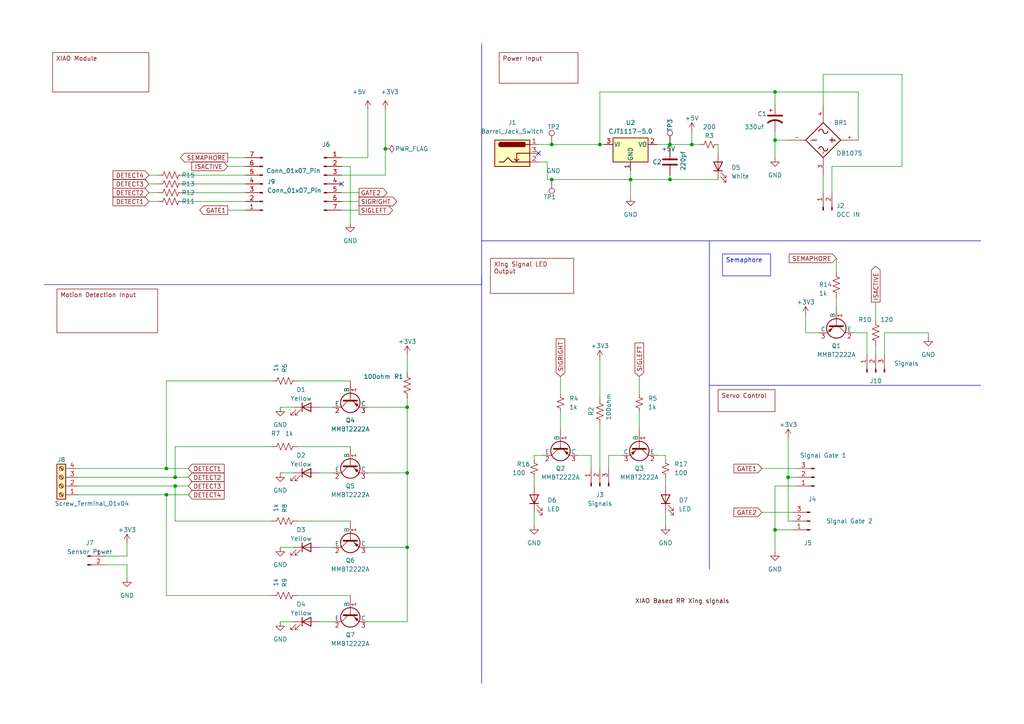
<source format=kicad_sch>
(kicad_sch (version 20230121) (generator eeschema)
  (paper "A4")
  (lib_symbols
    (symbol "Connector:Barrel_Jack_Switch" (pin_names hide)
      (property "Reference" "J" (at 0 5.334 0))
      (property "Value" "Barrel_Jack_Switch" (at 0 -5.08 0))
      (symbol "Barrel_Jack_Switch_0_1"
        (rectangle (start -5.08 3.81) (end 5.08 -3.81) (stroke (width 0.254)) (fill (type background)))
        (arc (start -3.302 3.175) (mid -3.9343 2.54) (end -3.302 1.905) (stroke (width 0.254)))
        (arc (start -3.302 3.175) (mid -3.9343 2.54) (end -3.302 1.905) (stroke (width 0.254)) (fill (type outline)))
        (polyline (pts (xy 1.27 -2.286) (xy 1.905 -1.651)) (stroke (width 0.254)))
        (polyline (pts (xy 5.08 2.54) (xy 3.81 2.54)) (stroke (width 0.254)))
        (polyline (pts (xy 5.08 0) (xy 1.27 0) (xy 1.27 -2.286) (xy 0.635 -1.651)) (stroke (width 0.254)))
        (polyline (pts (xy -3.81 -2.54) (xy -2.54 -2.54) (xy -1.27 -1.27) (xy 0 -2.54) (xy 2.54 -2.54) (xy 5.08 -2.54)) (stroke (width 0.254)))
        (rectangle (start 3.683 3.175) (end -3.302 1.905) (stroke (width 0.254)) (fill (type outline)))
      )
      (symbol "Barrel_Jack_Switch_1_1"
        (pin passive line (at 7.62 2.54 180) (length 2.54) (name "~") (number "1"))
        (pin passive line (at 7.62 -2.54 180) (length 2.54) (name "~") (number "2"))
        (pin passive line (at 7.62 0 180) (length 2.54) (name "~") (number "3"))
      )
    )
    (symbol "Connector:Conn_01x02_Pin" (pin_names (offset 1.016) hide)
      (property "Reference" "J" (at 0 2.54 0))
      (property "Value" "Conn_01x02_Pin" (at 0 -5.08 0))
      (symbol "Conn_01x02_Pin_1_1"
        (polyline (pts (xy 1.27 -2.54) (xy 0.8636 -2.54)) (stroke (width 0.1524)))
        (polyline (pts (xy 1.27 0) (xy 0.8636 0)) (stroke (width 0.1524)))
        (rectangle (start 0.8636 -2.413) (end 0 -2.667) (stroke (width 0.1524)) (fill (type outline)))
        (rectangle (start 0.8636 0.127) (end 0 -0.127) (stroke (width 0.1524)) (fill (type outline)))
        (pin passive line (at 5.08 0 180) (length 3.81) (name "Pin_1") (number "1"))
        (pin passive line (at 5.08 -2.54 180) (length 3.81) (name "Pin_2") (number "2"))
      )
    )
    (symbol "Connector:Conn_01x03_Pin" (pin_names (offset 1.016) hide)
      (property "Reference" "J" (at 0 5.08 0))
      (property "Value" "Conn_01x03_Pin" (at 0 -5.08 0))
      (symbol "Conn_01x03_Pin_1_1"
        (polyline (pts (xy 1.27 -2.54) (xy 0.8636 -2.54)) (stroke (width 0.1524)))
        (polyline (pts (xy 1.27 0) (xy 0.8636 0)) (stroke (width 0.1524)))
        (polyline (pts (xy 1.27 2.54) (xy 0.8636 2.54)) (stroke (width 0.1524)))
        (rectangle (start 0.8636 -2.413) (end 0 -2.667) (stroke (width 0.1524)) (fill (type outline)))
        (rectangle (start 0.8636 0.127) (end 0 -0.127) (stroke (width 0.1524)) (fill (type outline)))
        (rectangle (start 0.8636 2.667) (end 0 2.413) (stroke (width 0.1524)) (fill (type outline)))
        (pin passive line (at 5.08 2.54 180) (length 3.81) (name "Pin_1") (number "1"))
        (pin passive line (at 5.08 0 180) (length 3.81) (name "Pin_2") (number "2"))
        (pin passive line (at 5.08 -2.54 180) (length 3.81) (name "Pin_3") (number "3"))
      )
    )
    (symbol "Connector:Conn_01x07_Pin" (pin_names (offset 1.016) hide)
      (property "Reference" "J" (at 0 10.16 0))
      (property "Value" "Conn_01x07_Pin" (at 0 -10.16 0))
      (symbol "Conn_01x07_Pin_1_1"
        (polyline (pts (xy 1.27 -7.62) (xy 0.8636 -7.62)) (stroke (width 0.1524)))
        (polyline (pts (xy 1.27 -5.08) (xy 0.8636 -5.08)) (stroke (width 0.1524)))
        (polyline (pts (xy 1.27 -2.54) (xy 0.8636 -2.54)) (stroke (width 0.1524)))
        (polyline (pts (xy 1.27 0) (xy 0.8636 0)) (stroke (width 0.1524)))
        (polyline (pts (xy 1.27 2.54) (xy 0.8636 2.54)) (stroke (width 0.1524)))
        (polyline (pts (xy 1.27 5.08) (xy 0.8636 5.08)) (stroke (width 0.1524)))
        (polyline (pts (xy 1.27 7.62) (xy 0.8636 7.62)) (stroke (width 0.1524)))
        (rectangle (start 0.8636 -7.493) (end 0 -7.747) (stroke (width 0.1524)) (fill (type outline)))
        (rectangle (start 0.8636 -4.953) (end 0 -5.207) (stroke (width 0.1524)) (fill (type outline)))
        (rectangle (start 0.8636 -2.413) (end 0 -2.667) (stroke (width 0.1524)) (fill (type outline)))
        (rectangle (start 0.8636 0.127) (end 0 -0.127) (stroke (width 0.1524)) (fill (type outline)))
        (rectangle (start 0.8636 2.667) (end 0 2.413) (stroke (width 0.1524)) (fill (type outline)))
        (rectangle (start 0.8636 5.207) (end 0 4.953) (stroke (width 0.1524)) (fill (type outline)))
        (rectangle (start 0.8636 7.747) (end 0 7.493) (stroke (width 0.1524)) (fill (type outline)))
        (pin passive line (at 5.08 7.62 180) (length 3.81) (name "Pin_1") (number "1"))
        (pin passive line (at 5.08 5.08 180) (length 3.81) (name "Pin_2") (number "2"))
        (pin passive line (at 5.08 2.54 180) (length 3.81) (name "Pin_3") (number "3"))
        (pin passive line (at 5.08 0 180) (length 3.81) (name "Pin_4") (number "4"))
        (pin passive line (at 5.08 -2.54 180) (length 3.81) (name "Pin_5") (number "5"))
        (pin passive line (at 5.08 -5.08 180) (length 3.81) (name "Pin_6") (number "6"))
        (pin passive line (at 5.08 -7.62 180) (length 3.81) (name "Pin_7") (number "7"))
      )
    )
    (symbol "Connector:Screw_Terminal_01x04" (pin_names (offset 1.016) hide)
      (property "Reference" "J" (at 0 5.08 0))
      (property "Value" "Screw_Terminal_01x04" (at 0 -7.62 0))
      (symbol "Screw_Terminal_01x04_1_1"
        (rectangle (start -1.27 3.81) (end 1.27 -6.35) (stroke (width 0.254)) (fill (type background)))
        (circle (center 0 -5.08) (radius 0.635) (stroke (width 0.1524)))
        (circle (center 0 -2.54) (radius 0.635) (stroke (width 0.1524)))
        (polyline (pts (xy -0.5334 -4.7498) (xy 0.3302 -5.588)) (stroke (width 0.1524)))
        (polyline (pts (xy -0.5334 -2.2098) (xy 0.3302 -3.048)) (stroke (width 0.1524)))
        (polyline (pts (xy -0.5334 0.3302) (xy 0.3302 -0.508)) (stroke (width 0.1524)))
        (polyline (pts (xy -0.5334 2.8702) (xy 0.3302 2.032)) (stroke (width 0.1524)))
        (polyline (pts (xy -0.3556 -4.572) (xy 0.508 -5.4102)) (stroke (width 0.1524)))
        (polyline (pts (xy -0.3556 -2.032) (xy 0.508 -2.8702)) (stroke (width 0.1524)))
        (polyline (pts (xy -0.3556 0.508) (xy 0.508 -0.3302)) (stroke (width 0.1524)))
        (polyline (pts (xy -0.3556 3.048) (xy 0.508 2.2098)) (stroke (width 0.1524)))
        (circle (center 0 0) (radius 0.635) (stroke (width 0.1524)))
        (circle (center 0 2.54) (radius 0.635) (stroke (width 0.1524)))
        (pin passive line (at -5.08 2.54 0) (length 3.81) (name "Pin_1") (number "1"))
        (pin passive line (at -5.08 0 0) (length 3.81) (name "Pin_2") (number "2"))
        (pin passive line (at -5.08 -2.54 0) (length 3.81) (name "Pin_3") (number "3"))
        (pin passive line (at -5.08 -5.08 0) (length 3.81) (name "Pin_4") (number "4"))
      )
    )
    (symbol "Connector:TestPoint" (pin_numbers hide) (pin_names (offset 0.762) hide)
      (property "Reference" "TP" (at 0 6.858 0))
      (property "Value" "TestPoint" (at 0 5.08 0))
      (symbol "TestPoint_0_1"
        (circle (center 0 3.302) (radius 0.762))
      )
      (symbol "TestPoint_1_1"
        (pin passive line (at 0 0 90) (length 2.54) (name "1") (number "1"))
      )
    )
    (symbol "DB107S:DB107S" (pin_names (offset 1.016))
      (property "Reference" "BR" (at -6.35 3.81 0))
      (property "Value" "DB107S" (at -10.1777 -17.811 0))
      (symbol "DB107S_0_0"
        (arc (start 0 -2.54) (mid -0.635 -1.9077) (end -1.27 -2.54) (stroke (width 0.254)))
        (arc (start 0 -2.54) (mid 0.635 -3.1723) (end 1.27 -2.54) (stroke (width 0.254)))
        (polyline (pts (xy -5.08 0) (xy 0 -5.08)) (stroke (width 0.254)))
        (polyline (pts (xy -1.905 0) (xy -3.175 0)) (stroke (width 0.254)))
        (polyline (pts (xy 0 -5.08) (xy 5.08 0)) (stroke (width 0.254)))
        (polyline (pts (xy 0 5.08) (xy -5.08 0)) (stroke (width 0.254)))
        (polyline (pts (xy 1.905 0) (xy 3.175 0)) (stroke (width 0.254)))
        (polyline (pts (xy 2.54 0.635) (xy 2.54 -0.635)) (stroke (width 0.254)))
        (polyline (pts (xy 5.08 0) (xy 0 5.08)) (stroke (width 0.254)))
        (arc (start 0 2.54) (mid -0.635 3.1723) (end -1.27 2.54) (stroke (width 0.254)))
        (arc (start 0 2.54) (mid 0.635 1.9077) (end 1.27 2.54) (stroke (width 0.254)))
      )
      (symbol "DB107S_1_0"
        (pin power_out line (at 10.16 0 180) (length 5.08) (name "+") (number "+"))
        (pin power_out line (at -10.16 0 0) (length 5.08) (name "-") (number "-"))
        (pin input line (at 0 -10.16 90) (length 5.08) (name "~.") (number "3"))
        (pin input line (at 0 10.16 270) (length 5.08) (name "~") (number "4"))
      )
    )
    (symbol "Device:C" (pin_numbers hide) (pin_names (offset 0.254))
      (property "Reference" "C" (at 0.635 2.54 0))
      (property "Value" "C" (at 0.635 -2.54 0))
      (symbol "C_0_1"
        (polyline (pts (xy -2.032 -0.762) (xy 2.032 -0.762)) (stroke (width 0.508)))
        (polyline (pts (xy -2.032 0.762) (xy 2.032 0.762)) (stroke (width 0.508)))
      )
      (symbol "C_1_1"
        (pin passive line (at 0 3.81 270) (length 2.794) (name "~") (number "1"))
        (pin passive line (at 0 -3.81 90) (length 2.794) (name "~") (number "2"))
      )
    )
    (symbol "Device:C_Polarized_US" (pin_numbers hide) (pin_names (offset 0.254) hide)
      (property "Reference" "C" (at 0.635 2.54 0))
      (property "Value" "C_Polarized_US" (at 0.635 -2.54 0))
      (symbol "C_Polarized_US_0_1"
        (polyline (pts (xy -2.032 0.762) (xy 2.032 0.762)) (stroke (width 0.508)))
        (polyline (pts (xy -1.778 2.286) (xy -0.762 2.286)))
        (polyline (pts (xy -1.27 1.778) (xy -1.27 2.794)))
        (arc (start 2.032 -1.27) (mid 0 -0.5572) (end -2.032 -1.27) (stroke (width 0.508)))
      )
      (symbol "C_Polarized_US_1_1"
        (pin passive line (at 0 3.81 270) (length 2.794) (name "~") (number "1"))
        (pin passive line (at 0 -3.81 90) (length 3.302) (name "~") (number "2"))
      )
    )
    (symbol "Device:LED" (pin_numbers hide) (pin_names (offset 1.016) hide)
      (property "Reference" "D" (at 0 2.54 0))
      (property "Value" "LED" (at 0 -2.54 0))
      (symbol "LED_0_1"
        (polyline (pts (xy -1.27 -1.27) (xy -1.27 1.27)) (stroke (width 0.254)))
        (polyline (pts (xy -1.27 0) (xy 1.27 0)))
        (polyline (pts (xy 1.27 -1.27) (xy 1.27 1.27) (xy -1.27 0) (xy 1.27 -1.27)) (stroke (width 0.254)))
        (polyline (pts (xy -3.048 -0.762) (xy -4.572 -2.286) (xy -3.81 -2.286) (xy -4.572 -2.286) (xy -4.572 -1.524)))
        (polyline (pts (xy -1.778 -0.762) (xy -3.302 -2.286) (xy -2.54 -2.286) (xy -3.302 -2.286) (xy -3.302 -1.524)))
      )
      (symbol "LED_1_1"
        (pin passive line (at -3.81 0 0) (length 2.54) (name "K") (number "1"))
        (pin passive line (at 3.81 0 180) (length 2.54) (name "A") (number "2"))
      )
    )
    (symbol "Device:R_Small_US" (pin_numbers hide) (pin_names (offset 0.254) hide)
      (property "Reference" "R" (at 0.762 0.508 0))
      (property "Value" "R_Small_US" (at 0.762 -1.016 0))
      (symbol "R_Small_US_1_1"
        (polyline (pts (xy 0 0) (xy 1.016 -0.381) (xy 0 -0.762) (xy -1.016 -1.143) (xy 0 -1.524)))
        (polyline (pts (xy 0 1.524) (xy 1.016 1.143) (xy 0 0.762) (xy -1.016 0.381) (xy 0 0)))
        (pin passive line (at 0 2.54 270) (length 1.016) (name "~") (number "1"))
        (pin passive line (at 0 -2.54 90) (length 1.016) (name "~") (number "2"))
      )
    )
    (symbol "Device:R_US" (pin_numbers hide) (pin_names (offset 0))
      (property "Reference" "R" (at 2.54 0 90))
      (property "Value" "R_US" (at -2.54 0 90))
      (symbol "R_US_0_1"
        (polyline (pts (xy 0 -2.286) (xy 0 -2.54)))
        (polyline (pts (xy 0 2.286) (xy 0 2.54)))
        (polyline (pts (xy 0 -0.762) (xy 1.016 -1.143) (xy 0 -1.524) (xy -1.016 -1.905) (xy 0 -2.286)))
        (polyline (pts (xy 0 0.762) (xy 1.016 0.381) (xy 0 0) (xy -1.016 -0.381) (xy 0 -0.762)))
        (polyline (pts (xy 0 2.286) (xy 1.016 1.905) (xy 0 1.524) (xy -1.016 1.143) (xy 0 0.762)))
      )
      (symbol "R_US_1_1"
        (pin passive line (at 0 3.81 270) (length 1.27) (name "~") (number "1"))
        (pin passive line (at 0 -3.81 90) (length 1.27) (name "~") (number "2"))
      )
    )
    (symbol "Regulator_Linear:LT1117-5.0" (pin_names (offset 0.254))
      (property "Reference" "U" (at -3.81 3.175 0))
      (property "Value" "LT1117-5.0" (at 0 3.175 0))
      (symbol "LT1117-5.0_0_1"
        (rectangle (start -5.08 -5.08) (end 5.08 1.905) (stroke (width 0.254)) (fill (type background)))
      )
      (symbol "LT1117-5.0_1_1"
        (pin power_in line (at 0 -7.62 90) (length 2.54) (name "GND") (number "1"))
        (pin power_out line (at 7.62 0 180) (length 2.54) (name "VO") (number "2"))
        (pin power_in line (at -7.62 0 0) (length 2.54) (name "VI") (number "3"))
      )
    )
    (symbol "personal:S8550" (pin_names (offset 0))
      (property "Reference" "Q" (at 5.08 1.905 0))
      (property "Value" "S8550" (at 5.08 0 0))
      (property "LCSC" "C8550" (at 0 0 0))
      (symbol "S8550_0_1"
        (polyline (pts (xy 0 0) (xy 0.635 0)))
        (polyline (pts (xy 2.54 -2.54) (xy 0.635 -0.635)))
        (polyline (pts (xy 2.54 2.54) (xy 0.635 0.635)))
        (polyline (pts (xy 0.635 1.905) (xy 0.635 -1.905) (xy 0.635 -1.905)) (stroke (width 0.508)) (fill (type outline)))
        (polyline (pts (xy 1.778 -2.286) (xy 2.286 -1.778) (xy 1.27 -1.27) (xy 1.778 -2.286) (xy 1.778 -2.286)) (fill (type outline)))
        (circle (center 1.27 0) (radius 2.8194) (stroke (width 0.254)))
      )
      (symbol "S8550_1_1"
        (pin input line (at -5.08 0 0) (length 5.08) (name "B") (number "1"))
        (pin passive line (at 2.54 5.08 270) (length 2.54) (name "E") (number "2"))
        (pin passive line (at 2.54 -5.08 90) (length 2.54) (name "C") (number "3"))
      )
    )
    (symbol "power:+3V3" (power) (pin_names (offset 0))
      (property "Value" "+3V3" (at 0 3.556 0))
      (symbol "+3V3_0_1"
        (polyline (pts (xy -0.762 1.27) (xy 0 2.54)))
        (polyline (pts (xy 0 0) (xy 0 2.54)))
        (polyline (pts (xy 0 2.54) (xy 0.762 1.27)))
      )
      (symbol "+3V3_1_1"
        (pin power_in line (at 0 0 90) (length 0) hide (name "+3V3") (number "1"))
      )
    )
    (symbol "power:+5V" (power) (pin_names (offset 0))
      (property "Value" "+5V" (at 0 3.556 0))
      (symbol "+5V_0_1"
        (polyline (pts (xy -0.762 1.27) (xy 0 2.54)))
        (polyline (pts (xy 0 0) (xy 0 2.54)))
        (polyline (pts (xy 0 2.54) (xy 0.762 1.27)))
      )
      (symbol "+5V_1_1"
        (pin power_in line (at 0 0 90) (length 0) hide (name "+5V") (number "1"))
      )
    )
    (symbol "power:GND" (power) (pin_names (offset 0))
      (property "Value" "GND" (at 0 -3.81 0))
      (symbol "GND_0_1"
        (polyline (pts (xy 0 0) (xy 0 -1.27) (xy 1.27 -1.27) (xy 0 -2.54) (xy -1.27 -1.27) (xy 0 -1.27)))
      )
      (symbol "GND_1_1"
        (pin power_in line (at 0 0 270) (length 0) hide (name "GND") (number "1"))
      )
    )
    (symbol "power:PWR_FLAG" (power) (pin_numbers hide) (pin_names (offset 0) hide)
      (property "Value" "PWR_FLAG" (at 0 3.81 0))
      (symbol "PWR_FLAG_0_0"
        (pin power_out line (at 0 0 90) (length 0) (name "pwr") (number "1"))
      )
      (symbol "PWR_FLAG_0_1"
        (polyline (pts (xy 0 0) (xy 0 1.27) (xy -1.016 1.905) (xy 0 2.54) (xy 1.016 1.905) (xy 0 1.27)))
      )
    )
  )
  (junction (at 50.8 138.43))
  (junction (at 228.6 138.43))
  (junction (at 50.8 140.97))
  (junction (at 48.26 143.51))
  (junction (at 118.11 158.75))
  (junction (at 160.02 52.07))
  (junction (at 200.66 41.91))
  (junction (at 224.79 26.67))
  (junction (at 118.11 118.11))
  (junction (at 48.26 135.89))
  (junction (at 194.31 52.07))
  (junction (at 173.99 41.91))
  (junction (at 224.79 153.67))
  (junction (at 194.31 41.91))
  (junction (at 118.11 137.16))
  (junction (at 111.76 43.18))
  (junction (at 224.79 40.64))
  (junction (at 182.88 52.07))
  (junction (at 160.02 41.91))
  (no_connect (at 156.21 44.45))
  (no_connect (at 99.06 53.34))
  (wire (pts (xy 224.79 140.97) (xy 231.14 140.97)))
  (wire (pts (xy 36.83 163.83) (xy 36.83 167.64)))
  (wire (pts (xy 118.11 115.57) (xy 118.11 118.11)))
  (wire (pts (xy 160.02 41.91) (xy 173.99 41.91)))
  (wire (pts (xy 229.87 151.13) (xy 228.6 151.13)))
  (wire (pts (xy 118.11 137.16) (xy 106.68 137.16)))
  (wire (pts (xy 48.26 143.51) (xy 54.61 143.51)))
  (wire (pts (xy 176.53 135.89) (xy 176.53 132.08)))
  (wire (pts (xy 162.56 109.22) (xy 162.56 114.3)))
  (wire (pts (xy 118.11 137.16) (xy 118.11 158.75)))
  (polyline (pts (xy 139.7 69.85) (xy 139.7 198.12)))
  (wire (pts (xy 78.74 151.13) (xy 50.8 151.13)))
  (wire (pts (xy 154.94 148.59) (xy 154.94 152.4)))
  (wire (pts (xy 224.79 38.1) (xy 224.79 40.64)))
  (wire (pts (xy 194.31 41.91) (xy 194.31 43.18)))
  (wire (pts (xy 185.42 119.38) (xy 185.42 124.46)))
  (wire (pts (xy 224.79 153.67) (xy 229.87 153.67)))
  (wire (pts (xy 30.48 161.29) (xy 36.83 161.29)))
  (wire (pts (xy 224.79 26.67) (xy 224.79 30.48)))
  (wire (pts (xy 224.79 40.64) (xy 228.6 40.64)))
  (wire (pts (xy 30.48 163.83) (xy 36.83 163.83)))
  (wire (pts (xy 190.5 132.08) (xy 193.04 132.08)))
  (wire (pts (xy 167.64 132.08) (xy 171.45 132.08)))
  (wire (pts (xy 48.26 172.72) (xy 48.26 143.51)))
  (wire (pts (xy 171.45 132.08) (xy 171.45 135.89)))
  (wire (pts (xy 185.42 109.22) (xy 185.42 114.3)))
  (wire (pts (xy 228.6 138.43) (xy 228.6 151.13)))
  (wire (pts (xy 43.18 55.88) (xy 45.72 55.88)))
  (wire (pts (xy 53.34 58.42) (xy 71.12 58.42)))
  (wire (pts (xy 22.86 143.51) (xy 48.26 143.51)))
  (wire (pts (xy 43.18 58.42) (xy 45.72 58.42)))
  (wire (pts (xy 50.8 140.97) (xy 50.8 151.13)))
  (polyline (pts (xy 139.7 69.85) (xy 205.74 69.85)))
  (wire (pts (xy 220.98 135.89) (xy 231.14 135.89)))
  (wire (pts (xy 78.74 110.49) (xy 48.26 110.49)))
  (wire (pts (xy 66.04 45.72) (xy 71.12 45.72)))
  (wire (pts (xy 193.04 148.59) (xy 193.04 152.4)))
  (wire (pts (xy 118.11 118.11) (xy 118.11 137.16)))
  (wire (pts (xy 251.46 96.52) (xy 251.46 102.87)))
  (wire (pts (xy 220.98 148.59) (xy 229.87 148.59)))
  (wire (pts (xy 242.57 74.93) (xy 242.57 78.74)))
  (wire (pts (xy 92.71 137.16) (xy 96.52 137.16)))
  (wire (pts (xy 111.76 50.8) (xy 111.76 43.18)))
  (wire (pts (xy 228.6 127) (xy 228.6 138.43)))
  (polyline (pts (xy 205.74 69.85) (xy 205.74 165.1)))
  (wire (pts (xy 242.57 86.36) (xy 242.57 88.9)))
  (wire (pts (xy 194.31 50.8) (xy 194.31 52.07)))
  (wire (pts (xy 173.99 26.67) (xy 173.99 41.91)))
  (wire (pts (xy 43.18 50.8) (xy 45.72 50.8)))
  (wire (pts (xy 99.06 45.72) (xy 106.68 45.72)))
  (wire (pts (xy 224.79 26.67) (xy 173.99 26.67)))
  (wire (pts (xy 256.54 96.52) (xy 269.24 96.52)))
  (wire (pts (xy 158.75 52.07) (xy 160.02 52.07)))
  (wire (pts (xy 81.28 118.11) (xy 85.09 118.11)))
  (wire (pts (xy 36.83 161.29) (xy 36.83 157.48)))
  (wire (pts (xy 224.79 40.64) (xy 224.79 45.72)))
  (wire (pts (xy 154.94 132.08) (xy 154.94 133.35)))
  (wire (pts (xy 92.71 180.34) (xy 96.52 180.34)))
  (wire (pts (xy 50.8 129.54) (xy 50.8 138.43)))
  (wire (pts (xy 193.04 132.08) (xy 193.04 133.35)))
  (polyline (pts (xy 12.7 82.55) (xy 139.7 82.55)))
  (wire (pts (xy 254 87.63) (xy 254 92.71)))
  (wire (pts (xy 99.06 48.26) (xy 101.6 48.26)))
  (wire (pts (xy 118.11 102.87) (xy 118.11 107.95)))
  (wire (pts (xy 92.71 118.11) (xy 96.52 118.11)))
  (wire (pts (xy 50.8 140.97) (xy 54.61 140.97)))
  (wire (pts (xy 248.92 26.67) (xy 248.92 40.64)))
  (wire (pts (xy 78.74 129.54) (xy 50.8 129.54)))
  (wire (pts (xy 176.53 132.08) (xy 180.34 132.08)))
  (wire (pts (xy 182.88 49.53) (xy 182.88 52.07)))
  (wire (pts (xy 86.36 172.72) (xy 101.6 172.72)))
  (wire (pts (xy 86.36 151.13) (xy 101.6 151.13)))
  (wire (pts (xy 261.62 48.26) (xy 261.62 21.59)))
  (wire (pts (xy 233.68 96.52) (xy 237.49 96.52)))
  (polyline (pts (xy 139.7 82.55) (xy 139.7 80.01)))
  (wire (pts (xy 193.04 138.43) (xy 193.04 140.97)))
  (wire (pts (xy 238.76 21.59) (xy 238.76 30.48)))
  (wire (pts (xy 158.75 46.99) (xy 156.21 46.99)))
  (wire (pts (xy 81.28 137.16) (xy 85.09 137.16)))
  (wire (pts (xy 22.86 135.89) (xy 48.26 135.89)))
  (wire (pts (xy 247.65 96.52) (xy 251.46 96.52)))
  (wire (pts (xy 194.31 41.91) (xy 200.66 41.91)))
  (wire (pts (xy 53.34 53.34) (xy 71.12 53.34)))
  (wire (pts (xy 256.54 102.87) (xy 256.54 96.52)))
  (wire (pts (xy 66.04 48.26) (xy 71.12 48.26)))
  (wire (pts (xy 48.26 110.49) (xy 48.26 135.89)))
  (wire (pts (xy 261.62 21.59) (xy 238.76 21.59)))
  (wire (pts (xy 99.06 58.42) (xy 104.14 58.42)))
  (wire (pts (xy 231.14 138.43) (xy 228.6 138.43)))
  (wire (pts (xy 154.94 138.43) (xy 154.94 140.97)))
  (wire (pts (xy 111.76 43.18) (xy 111.76 31.75)))
  (wire (pts (xy 99.06 50.8) (xy 111.76 50.8)))
  (wire (pts (xy 99.06 60.96) (xy 104.14 60.96)))
  (wire (pts (xy 194.31 52.07) (xy 208.28 52.07)))
  (wire (pts (xy 78.74 172.72) (xy 48.26 172.72)))
  (wire (pts (xy 224.79 140.97) (xy 224.79 153.67)))
  (wire (pts (xy 118.11 158.75) (xy 118.11 180.34)))
  (wire (pts (xy 118.11 180.34) (xy 106.68 180.34)))
  (wire (pts (xy 173.99 41.91) (xy 175.26 41.91)))
  (polyline (pts (xy 139.7 12.7) (xy 139.7 69.85)))
  (wire (pts (xy 160.02 52.07) (xy 182.88 52.07)))
  (wire (pts (xy 173.99 123.19) (xy 173.99 135.89)))
  (wire (pts (xy 208.28 41.91) (xy 208.28 44.45)))
  (wire (pts (xy 86.36 129.54) (xy 101.6 129.54)))
  (wire (pts (xy 224.79 153.67) (xy 224.79 160.02)))
  (polyline (pts (xy 205.74 111.76) (xy 284.48 111.76)))
  (wire (pts (xy 200.66 41.91) (xy 203.2 41.91)))
  (wire (pts (xy 92.71 158.75) (xy 96.52 158.75)))
  (wire (pts (xy 50.8 138.43) (xy 54.61 138.43)))
  (wire (pts (xy 118.11 158.75) (xy 106.68 158.75)))
  (wire (pts (xy 48.26 135.89) (xy 54.61 135.89)))
  (wire (pts (xy 81.28 158.75) (xy 85.09 158.75)))
  (wire (pts (xy 156.21 41.91) (xy 160.02 41.91)))
  (wire (pts (xy 224.79 26.67) (xy 248.92 26.67)))
  (wire (pts (xy 53.34 55.88) (xy 71.12 55.88)))
  (wire (pts (xy 233.68 91.44) (xy 233.68 96.52)))
  (wire (pts (xy 66.04 60.96) (xy 71.12 60.96)))
  (wire (pts (xy 269.24 96.52) (xy 269.24 97.79)))
  (wire (pts (xy 238.76 50.8) (xy 238.76 55.88)))
  (wire (pts (xy 241.3 48.26) (xy 241.3 55.88)))
  (wire (pts (xy 43.18 53.34) (xy 45.72 53.34)))
  (wire (pts (xy 99.06 55.88) (xy 104.14 55.88)))
  (wire (pts (xy 22.86 138.43) (xy 50.8 138.43)))
  (wire (pts (xy 173.99 104.14) (xy 173.99 115.57)))
  (wire (pts (xy 81.28 180.34) (xy 85.09 180.34)))
  (wire (pts (xy 182.88 52.07) (xy 194.31 52.07)))
  (wire (pts (xy 162.56 119.38) (xy 162.56 124.46)))
  (wire (pts (xy 190.5 41.91) (xy 194.31 41.91)))
  (wire (pts (xy 86.36 110.49) (xy 101.6 110.49)))
  (wire (pts (xy 154.94 132.08) (xy 157.48 132.08)))
  (wire (pts (xy 118.11 118.11) (xy 106.68 118.11)))
  (polyline (pts (xy 205.74 69.85) (xy 284.48 69.85)))
  (wire (pts (xy 158.75 52.07) (xy 158.75 46.99)))
  (wire (pts (xy 22.86 140.97) (xy 50.8 140.97)))
  (wire (pts (xy 241.3 48.26) (xy 261.62 48.26)))
  (wire (pts (xy 182.88 57.15) (xy 182.88 52.07)))
  (wire (pts (xy 101.6 48.26) (xy 101.6 64.77)))
  (wire (pts (xy 106.68 31.75) (xy 106.68 45.72)))
  (wire (pts (xy 254 100.33) (xy 254 102.87)))
  (wire (pts (xy 200.66 41.91) (xy 200.66 38.1)))
  (wire (pts (xy 53.34 50.8) (xy 71.12 50.8)))
  (text_box "Xing Signal LED\nOutput" (at 142.24 74.93 0) (size 24.13 10.16) (stroke (width 0) (color 132 0 0 1)) (effects (font (size 1.27 1.27)) (justify left top)))
  (text_box "Motion Detection Input" (at 16.51 83.82 0) (size 29.21 12.7) (stroke (width 0) (color 132 0 0 1)) (effects (font (size 1.27 1.27)) (justify left top)))
  (text_box "Servo Control" (at 208.28 113.03 0) (size 16.51 6.35) (stroke (width 0) (color 132 0 0 1)) (effects (font (size 1.27 1.27)) (justify left top)))
  (text_box "XIAO Module" (at 15.24 15.24 0) (size 27.94 11.43) (stroke (width 0) (color 132 0 0 1)) (effects (font (size 1.27 1.27)) (justify left top)))
  (text_box "Semaphore" (at 209.55 73.66 0) (size 13.97 6.35) (effects (font (size 1.27 1.27)) (justify left top)))
  (text_box "Power Input" (at 144.78 15.24 0) (size 22.86 8.89) (stroke (width 0) (color 132 0 0 1)) (effects (font (size 1.27 1.27)) (justify left top)))
  (text "XIAO Based RR Xing signals" (at 184.15 175.26 0) (effects (font (size 1.27 1.27)) (justify left bottom)))
  (global_label "GATE1" (shape input) (at 220.98 135.89 180) (property "Intersheetrefs" "${INTERSHEET_REFS}" (effects hide)))
  (global_label "SIGRIGHT" (shape output) (at 104.14 58.42 0) (property "Intersheetrefs" "${INTERSHEET_REFS}" (effects hide)))
  (global_label "SIGLEFT" (shape output) (at 104.14 60.96 0) (property "Intersheetrefs" "${INTERSHEET_REFS}" (effects hide)))
  (global_label "DETECT1" (shape input) (at 43.18 58.42 180) (property "Intersheetrefs" "${INTERSHEET_REFS}" (effects hide)))
  (global_label "DETECT3" (shape input) (at 54.61 140.97 0) (property "Intersheetrefs" "${INTERSHEET_REFS}" (effects hide)))
  (global_label "GATE1" (shape output) (at 66.04 60.96 180) (property "Intersheetrefs" "${INTERSHEET_REFS}" (effects hide)))
  (global_label "ISACTIVE" (shape input) (at 66.04 48.26 180) (property "Intersheetrefs" "${INTERSHEET_REFS}" (effects hide)))
  (global_label "DETECT3" (shape input) (at 43.18 53.34 180) (property "Intersheetrefs" "${INTERSHEET_REFS}" (effects hide)))
  (global_label "GATE2" (shape input) (at 220.98 148.59 180) (property "Intersheetrefs" "${INTERSHEET_REFS}" (effects hide)))
  (global_label "DETECT4" (shape input) (at 54.61 143.51 0) (property "Intersheetrefs" "${INTERSHEET_REFS}" (effects hide)))
  (global_label "DETECT2" (shape input) (at 54.61 138.43 0) (property "Intersheetrefs" "${INTERSHEET_REFS}" (effects hide)))
  (global_label "SIGLEFT" (shape input) (at 185.42 109.22 90) (property "Intersheetrefs" "${INTERSHEET_REFS}" (effects hide)))
  (global_label "SEMAPHORE" (shape output) (at 66.04 45.72 180) (property "Intersheetrefs" "${INTERSHEET_REFS}" (effects hide)))
  (global_label "DETECT2" (shape input) (at 43.18 55.88 180) (property "Intersheetrefs" "${INTERSHEET_REFS}" (effects hide)))
  (global_label "DETECT1" (shape input) (at 54.61 135.89 0) (property "Intersheetrefs" "${INTERSHEET_REFS}" (effects hide)))
  (global_label "GATE2" (shape output) (at 104.14 55.88 0) (property "Intersheetrefs" "${INTERSHEET_REFS}" (effects hide)))
  (global_label "SIGRIGHT" (shape input) (at 162.56 109.22 90) (property "Intersheetrefs" "${INTERSHEET_REFS}" (effects hide)))
  (global_label "ISACTIVE" (shape output) (at 254 87.63 90) (property "Intersheetrefs" "${INTERSHEET_REFS}" (effects hide)))
  (global_label "SEMAPHORE" (shape input) (at 242.57 74.93 180) (property "Intersheetrefs" "${INTERSHEET_REFS}" (effects hide)))
  (global_label "DETECT4" (shape input) (at 43.18 50.8 180) (property "Intersheetrefs" "${INTERSHEET_REFS}" (effects hide)))
  (symbol (lib_id "power:+3V3") (at 233.68 91.44 0) (unit 1)
    (property "Reference" "#PWR021" (effects hide))
    (property "Value" "+3V3" (at 233.68 87.63 0))
  )
  (symbol (lib_id "Device:C_Polarized_US") (at 224.79 34.29 0) (unit 1)
    (property "Reference" "C1" (at 219.71 33.02 0) (effects (justify left)))
    (property "Value" "330uf" (at 215.9 36.83 0) (effects (justify left)))
    (property "Footprint" "Capacitor_THT:CP_Radial_D8.0mm_P3.80mm" (effects hide))
    (property "Description" "1000uF 25V 1.19A@100kHz 60mΩ@100kHz ±20% SMD,D10xL10.2mm Aluminum Electrolytic Capacitors - SMD ROHS" (effects hide))
  )
  (symbol (lib_id "Connector:Conn_01x03_Pin") (at 254 107.95 90) (unit 1)
    (property "Reference" "J10" (at 254 110.49 90))
    (property "Value" "Signals" (at 262.89 105.41 90))
    (property "Footprint" "Connector_PinHeader_2.54mm:PinHeader_1x03_P2.54mm_Vertical" (effects hide))
  )
  (symbol (lib_id "power:GND") (at 224.79 45.72 0) (unit 1)
    (property "Reference" "#PWR016" (effects hide))
    (property "Value" "GND" (at 224.79 50.8 0))
  )
  (symbol (lib_id "power:GND") (at 224.79 160.02 0) (unit 1)
    (property "Reference" "#PWR03" (effects hide))
    (property "Value" "GND" (at 224.79 165.1 0))
  )
  (symbol (lib_id "Device:LED") (at 193.04 144.78 90) (unit 1)
    (property "Reference" "D7" (at 196.85 145.0975 90) (effects (justify right)))
    (property "Value" "LED" (at 196.85 147.6375 90) (effects (justify right)))
    (property "Footprint" "LED_SMD:LED_0603_1608Metric" (effects hide))
    (property "LCSC" "C2286" (effects hide))
  )
  (symbol (lib_id "power:GND") (at 81.28 158.75 0) (unit 1)
    (property "Reference" "#PWR02" (effects hide))
    (property "Value" "GND" (at 81.28 163.83 0))
  )
  (symbol (lib_id "Device:R_Small_US") (at 205.74 41.91 90) (unit 1)
    (property "Reference" "R3" (at 205.74 39.37 90))
    (property "Value" "200" (at 205.74 36.83 90))
    (property "Footprint" "Resistor_SMD:R_0402_1005Metric" (effects hide))
    (property "LCSC" "C25087" (effects hide))
    (property "Field5" "62.5mW Thick Film Resistors ±100ppm/℃ ±1% 200Ω 0402 Chip Resistor - Surface Mount ROHS" (effects hide))
  )
  (symbol (lib_id "Device:R_Small_US") (at 154.94 135.89 0) (unit 1)
    (property "Reference" "R16" (at 149.86 134.62 0) (effects (justify left)))
    (property "Value" "100" (at 148.59 137.16 0) (effects (justify left)))
    (property "Footprint" "Resistor_SMD:R_0402_1005Metric" (effects hide))
    (property "LCSC" "C25076" (effects hide))
  )
  (symbol (lib_id "power:+3V3") (at 111.76 31.75 0) (unit 1)
    (property "Reference" "#PWR010" (effects hide))
    (property "Value" "+3V3" (at 113.03 26.67 0))
  )
  (symbol (lib_id "power:GND") (at 101.6 64.77 0) (unit 1)
    (property "Reference" "#PWR012" (effects hide))
    (property "Value" "GND" (at 101.6 69.85 0))
  )
  (symbol (lib_id "Device:LED") (at 88.9 118.11 0) (unit 1)
    (property "Reference" "D1" (at 87.3125 113.03 0))
    (property "Value" "Yellow" (at 87.3125 115.57 0))
    (property "Footprint" "LED_SMD:LED_0603_1608Metric" (effects hide))
    (property "LCSC" "C72038" (effects hide))
    (property "Comment" "    无色透明透镜 -40℃~+85℃ 585.5nm~591.5nm Yellow 120° 60mW 0603 Light Emitting Diodes (LED) ROHS" (effects hide))
  )
  (symbol (lib_id "Device:LED") (at 88.9 137.16 0) (unit 1)
    (property "Reference" "D2" (at 87.3125 132.08 0))
    (property "Value" "Yellow" (at 87.3125 134.62 0))
    (property "Footprint" "LED_SMD:LED_0603_1608Metric" (effects hide))
    (property "LCSC" "C72038" (effects hide))
    (property "Comment" "    无色透明透镜 -40℃~+85℃ 585.5nm~591.5nm Yellow 120° 60mW 0603 Light Emitting Diodes (LED) ROHS" (effects hide))
  )
  (symbol (lib_id "personal:S8550") (at 185.42 129.54 270) (unit 1)
    (property "Reference" "Q3" (at 185.42 135.89 90))
    (property "Value" "MMBT2222A" (at 185.42 138.43 90))
    (property "Footprint" "Package_TO_SOT_SMD:SOT-23" (effects hide))
    (property "LCSC" "C8512" (effects hide))
    (property "Description" "40V 300mW 600mA NPN SOT-23 Bipolar Transistors - BJT ROHS" (effects hide))
  )
  (symbol (lib_id "DB107S:DB107S") (at 238.76 40.64 0) (unit 1)
    (property "Reference" "BR1" (at 243.84 35.56 0))
    (property "Value" "DB107S" (at 246.38 44.45 0))
    (property "Footprint" "personal:DIOB_DB107S" (effects hide))
    (property "MF" "MDD" (effects hide))
    (property "Description" "\nBridge Rectifier Single Phase Standard 1 kV Surface Mount DBS\n" (effects hide))
    (property "Package" "None" (effects hide))
    (property "MP" "DB107S" (effects hide))
    (property "MANUFACTURER" "Rectron Semiconductor" (effects hide))
    (property "LCSC" "C5377" (effects hide))
  )
  (symbol (lib_id "power:GND") (at 81.28 118.11 0) (unit 1)
    (property "Reference" "#PWR017" (effects hide))
    (property "Value" "GND" (at 81.28 123.19 0))
  )
  (symbol (lib_id "Connector:Screw_Terminal_01x04") (at 17.78 140.97 180) (unit 1)
    (property "Reference" "J8" (at 17.78 133.35 0))
    (property "Value" "Screw_Terminal_01x04" (at 26.67 146.05 0))
    (property "Footprint" "Connector_PinHeader_2.54mm:PinHeader_1x04_P2.54mm_Vertical" (effects hide))
  )
  (symbol (lib_id "Connector:TestPoint") (at 160.02 52.07 180) (unit 1)
    (property "Reference" "TP1" (at 161.29 57.15 0) (effects (justify left)))
    (property "Value" "GND" (at 162.56 49.53 0) (effects (justify left)))
    (property "Footprint" "TestPoint:TestPoint_Pad_2.0x2.0mm" (effects hide))
  )
  (symbol (lib_id "Device:R_US") (at 242.57 82.55 0) (unit 1)
    (property "Reference" "R14" (at 237.49 82.55 0) (effects (justify left)))
    (property "Value" "1k" (at 237.49 85.09 0) (effects (justify left)))
    (property "Footprint" "Resistor_SMD:R_0402_1005Metric" (effects hide))
    (property "LCSC" "C105637" (effects hide))
  )
  (symbol (lib_id "Device:LED") (at 88.9 180.34 0) (unit 1)
    (property "Reference" "D4" (at 87.3125 175.26 0))
    (property "Value" "Yellow" (at 87.3125 177.8 0))
    (property "Footprint" "LED_SMD:LED_0603_1608Metric" (effects hide))
    (property "LCSC" "C72038" (effects hide))
    (property "Comment" "    无色透明透镜 -40℃~+85℃ 585.5nm~591.5nm Yellow 120° 60mW 0603 Light Emitting Diodes (LED) ROHS" (effects hide))
  )
  (symbol (lib_id "Device:R_US") (at 49.53 58.42 90) (unit 1)
    (property "Reference" "R11" (at 54.61 58.42 90))
    (property "Value" "120" (effects hide))
    (property "Footprint" "Resistor_SMD:R_0402_1005Metric" (effects hide))
    (property "LCSC" "C25079" (effects hide))
    (property "Description" "62.5mW Thick Film Resistors ±100ppm/℃ ±1% 120Ω 0402 Chip Resistor - Surface Mount ROHS" (effects hide))
  )
  (symbol (lib_id "Device:LED") (at 88.9 158.75 0) (unit 1)
    (property "Reference" "D3" (at 87.3125 153.67 0))
    (property "Value" "Yellow" (at 87.3125 156.21 0))
    (property "Footprint" "LED_SMD:LED_0603_1608Metric" (effects hide))
    (property "LCSC" "C72038" (effects hide))
    (property "Comment" "    无色透明透镜 -40℃~+85℃ 585.5nm~591.5nm Yellow 120° 60mW 0603 Light Emitting Diodes (LED) ROHS" (effects hide))
  )
  (symbol (lib_id "power:GND") (at 154.94 152.4 0) (unit 1)
    (property "Reference" "#PWR013" (effects hide))
    (property "Value" "GND" (at 154.94 157.48 0))
  )
  (symbol (lib_id "Device:R_US") (at 118.11 111.76 0) (unit 1)
    (property "Reference" "R1" (at 114.3 109.22 0) (effects (justify left)))
    (property "Value" "100ohm" (at 105.41 109.22 0) (effects (justify left)))
    (property "Footprint" "Resistor_SMD:R_1206_3216Metric" (effects hide))
    (property "LCSC" "C17901" (effects hide))
    (property "Comment" "    250mW Thick Film Resistors ±100ppm/℃ ±1% 100Ω 1206 Chip Resistor - Surface Mount ROHS" (effects hide))
  )
  (symbol (lib_id "Device:R_US") (at 49.53 50.8 90) (unit 1)
    (property "Reference" "R15" (at 54.61 50.8 90))
    (property "Value" "120" (effects hide))
    (property "Footprint" "Resistor_SMD:R_0402_1005Metric" (effects hide))
    (property "LCSC" "C25079" (effects hide))
    (property "Description" "62.5mW Thick Film Resistors ±100ppm/℃ ±1% 120Ω 0402 Chip Resistor - Surface Mount ROHS" (effects hide))
  )
  (symbol (lib_id "personal:S8550") (at 101.6 134.62 90) (mirror x) (unit 1)
    (property "Reference" "Q5" (at 101.6 140.97 90))
    (property "Value" "MMBT2222A" (at 101.6 143.51 90))
    (property "Footprint" "Package_TO_SOT_SMD:SOT-23" (effects hide))
    (property "LCSC" "C8512" (effects hide))
    (property "Description" "40V 300mW 600mA NPN SOT-23 Bipolar Transistors - BJT ROHS" (effects hide))
  )
  (symbol (lib_id "power:GND") (at 182.88 57.15 0) (unit 1)
    (property "Reference" "#PWR07" (effects hide))
    (property "Value" "GND" (at 182.88 62.23 0))
  )
  (symbol (lib_id "Connector:Conn_01x03_Pin") (at 236.22 138.43 180) (unit 1)
    (property "Reference" "J4" (at 235.585 144.78 0))
    (property "Value" "Signal Gate 1" (at 238.76 132.08 0))
    (property "Footprint" "Connector_PinHeader_2.54mm:PinHeader_1x03_P2.54mm_Vertical" (effects hide))
  )
  (symbol (lib_id "Connector:Conn_01x03_Pin") (at 173.99 140.97 90) (unit 1)
    (property "Reference" "J3" (at 173.99 143.51 90))
    (property "Value" "Signals" (at 173.99 146.05 90))
    (property "Footprint" "Connector_PinHeader_2.54mm:PinHeader_1x03_P2.54mm_Vertical" (effects hide))
  )
  (symbol (lib_id "Connector:Conn_01x07_Pin") (at 76.2 53.34 180) (unit 1)
    (property "Reference" "J9" (at 77.47 52.705 0) (effects (justify right)))
    (property "Value" "Conn_01x07_Pin" (at 77.47 55.245 0) (effects (justify right)))
    (property "Footprint" "Connector_PinHeader_2.54mm:PinHeader_1x07_P2.54mm_Vertical" (effects hide))
  )
  (symbol (lib_id "power:GND") (at 193.04 152.4 0) (unit 1)
    (property "Reference" "#PWR014" (effects hide))
    (property "Value" "GND" (at 193.04 157.48 0))
  )
  (symbol (lib_id "power:+3V3") (at 36.83 157.48 0) (unit 1)
    (property "Reference" "#PWR019" (effects hide))
    (property "Value" "+3V3" (at 36.83 153.67 0))
  )
  (symbol (lib_id "Connector:Conn_01x02_Pin") (at 25.4 161.29 0) (unit 1)
    (property "Reference" "J7" (at 26.035 157.48 0))
    (property "Value" "Sensor Power" (at 26.035 160.02 0))
    (property "Footprint" "Connector_PinHeader_2.54mm:PinHeader_1x02_P2.54mm_Vertical" (effects hide))
  )
  (symbol (lib_id "Connector:Conn_01x02_Pin") (at 238.76 60.96 90) (unit 1)
    (property "Reference" "J2" (at 242.57 59.69 90) (effects (justify right)))
    (property "Value" "DCC IN" (at 242.57 62.23 90) (effects (justify right)))
    (property "Footprint" "Connector_Molex:Molex_KK-396_A-41791-0002_1x02_P3.96mm_Vertical" (effects hide))
  )
  (symbol (lib_id "personal:S8550") (at 101.6 156.21 90) (mirror x) (unit 1)
    (property "Reference" "Q6" (at 101.6 162.56 90))
    (property "Value" "MMBT2222A" (at 101.6 165.1 90))
    (property "Footprint" "Package_TO_SOT_SMD:SOT-23" (effects hide))
    (property "LCSC" "C8512" (effects hide))
    (property "Description" "40V 300mW 600mA NPN SOT-23 Bipolar Transistors - BJT ROHS" (effects hide))
  )
  (symbol (lib_id "power:+3V3") (at 118.11 102.87 0) (unit 1)
    (property "Reference" "#PWR01" (effects hide))
    (property "Value" "+3V3" (at 118.11 99.06 0))
  )
  (symbol (lib_id "Device:LED") (at 208.28 48.26 90) (unit 1)
    (property "Reference" "D5" (at 212.09 48.5775 90) (effects (justify right)))
    (property "Value" "White" (at 212.09 51.1175 90) (effects (justify right)))
    (property "Footprint" "LED_SMD:LED_0603_1608Metric" (effects hide))
    (property "LCSC" "C2290" (effects hide))
    (property "Description" "White 0603 Light Emitting Diodes (LED) ROHS" (effects hide))
  )
  (symbol (lib_id "power:+5V") (at 106.68 31.75 0) (unit 1)
    (property "Reference" "#PWR011" (effects hide))
    (property "Value" "+5V" (at 104.14 26.67 0))
  )
  (symbol (lib_id "Device:R_Small_US") (at 185.42 116.84 0) (unit 1)
    (property "Reference" "R5" (at 187.96 115.57 0) (effects (justify left)))
    (property "Value" "1k" (at 187.96 118.11 0) (effects (justify left)))
    (property "Footprint" "Resistor_SMD:R_0402_1005Metric" (effects hide))
    (property "LCSC" "C105637" (effects hide))
    (property "Field5" "62.5mW Thick Film Resistors ±100ppm/℃ ±1% 220Ω 0402 Chip Resistor - Surface Mount ROHS" (effects hide))
  )
  (symbol (lib_id "power:GND") (at 269.24 97.79 0) (unit 1)
    (property "Reference" "#PWR04" (effects hide))
    (property "Value" "GND" (at 269.24 102.87 0))
  )
  (symbol (lib_id "Device:R_US") (at 49.53 53.34 90) (unit 1)
    (property "Reference" "R13" (at 54.61 53.34 90))
    (property "Value" "120" (effects hide))
    (property "Footprint" "Resistor_SMD:R_0402_1005Metric" (effects hide))
    (property "LCSC" "C25079" (effects hide))
    (property "Description" "62.5mW Thick Film Resistors ±100ppm/℃ ±1% 120Ω 0402 Chip Resistor - Surface Mount ROHS" (effects hide))
  )
  (symbol (lib_id "Connector:TestPoint") (at 160.02 41.91 0) (unit 1)
    (property "Reference" "TP2" (at 158.75 36.83 0) (effects (justify left)))
    (property "Value" "+12V" (effects hide))
    (property "Footprint" "TestPoint:TestPoint_Pad_2.0x2.0mm" (effects hide))
  )
  (symbol (lib_id "Regulator_Linear:LT1117-5.0") (at 182.88 41.91 0) (unit 1)
    (property "Reference" "U2" (at 182.88 35.56 0))
    (property "Value" "CJT1117-5.0" (at 182.88 38.1 0))
    (property "Footprint" "Package_TO_SOT_SMD:SOT-223" (effects hide))
    (property "Datasheet" "https://www.analog.com/media/en/technical-documentation/data-sheets/1117fd.pdf" (effects hide))
    (property "LCSC" "C89273" (effects hide))
    (property "Description" "65dB 1000mA Fixed 5V Positive 20V SOT-223 Linear Voltage Regulators (LDO) ROHS" (effects hide))
  )
  (symbol (lib_id "personal:S8550") (at 242.57 93.98 270) (unit 1)
    (property "Reference" "Q1" (at 242.57 100.33 90))
    (property "Value" "MMBT2222A" (at 242.57 102.87 90))
    (property "Footprint" "Package_TO_SOT_SMD:SOT-23" (effects hide))
    (property "LCSC" "C8512" (effects hide))
    (property "Description" "40V 300mW 600mA NPN SOT-23 Bipolar Transistors - BJT ROHS" (effects hide))
  )
  (symbol (lib_id "personal:S8550") (at 101.6 115.57 90) (mirror x) (unit 1)
    (property "Reference" "Q4" (at 101.6 121.92 90))
    (property "Value" "MMBT2222A" (at 101.6 124.46 90))
    (property "Footprint" "Package_TO_SOT_SMD:SOT-23" (effects hide))
    (property "LCSC" "C8512" (effects hide))
    (property "Description" "40V 300mW 600mA NPN SOT-23 Bipolar Transistors - BJT ROHS" (effects hide))
  )
  (symbol (lib_id "power:GND") (at 36.83 167.64 0) (unit 1)
    (property "Reference" "#PWR020" (effects hide))
    (property "Value" "GND" (at 36.83 172.72 0))
  )
  (symbol (lib_id "Device:LED") (at 154.94 144.78 90) (unit 1)
    (property "Reference" "D6" (at 158.75 145.0975 90) (effects (justify right)))
    (property "Value" "LED" (at 158.75 147.6375 90) (effects (justify right)))
    (property "Footprint" "LED_SMD:LED_0603_1608Metric" (effects hide))
    (property "LCSC" "C2286" (effects hide))
  )
  (symbol (lib_id "Connector:Barrel_Jack_Switch") (at 148.59 44.45 0) (unit 1)
    (property "Reference" "J1" (at 148.59 35.56 0))
    (property "Value" "Barrel_Jack_Switch" (at 148.59 38.1 0))
    (property "Footprint" "Connector_BarrelJack:BarrelJack_Horizontal" (effects hide))
  )
  (symbol (lib_id "power:PWR_FLAG") (at 111.76 43.18 270) (unit 1)
    (property "Reference" "#FLG05" (effects hide))
    (property "Value" "PWR_FLAG" (at 119.38 43.18 90))
  )
  (symbol (lib_id "Connector:TestPoint") (at 194.31 41.91 0) (unit 1)
    (property "Reference" "TP3" (at 194.31 38.1 90) (effects (justify left)))
    (property "Value" "+5V" (at 191.77 43.18 0) (effects (justify left)))
    (property "Footprint" "TestPoint:TestPoint_Pad_2.0x2.0mm" (effects hide))
  )
  (symbol (lib_id "personal:S8550") (at 162.56 129.54 90) (mirror x) (unit 1)
    (property "Reference" "Q2" (at 162.56 135.89 90))
    (property "Value" "MMBT2222A" (at 162.56 138.43 90))
    (property "Footprint" "Package_TO_SOT_SMD:SOT-23" (effects hide))
    (property "LCSC" "C8512" (effects hide))
    (property "Description" "40V 300mW 600mA NPN SOT-23 Bipolar Transistors - BJT ROHS" (effects hide))
  )
  (symbol (lib_id "Device:R_Small_US") (at 162.56 116.84 0) (unit 1)
    (property "Reference" "R4" (at 165.1 115.57 0) (effects (justify left)))
    (property "Value" "1k" (at 165.1 118.11 0) (effects (justify left)))
    (property "Footprint" "Resistor_SMD:R_0402_1005Metric" (effects hide))
    (property "LCSC" "C105637" (effects hide))
    (property "Field5" "62.5mW Thick Film Resistors ±100ppm/℃ ±1% 220Ω 0402 Chip Resistor - Surface Mount ROHS" (effects hide))
  )
  (symbol (lib_id "power:+3V3") (at 173.99 104.14 0) (unit 1)
    (property "Reference" "#PWR015" (effects hide))
    (property "Value" "+3V3" (at 173.99 100.33 0))
  )
  (symbol (lib_id "Device:R_US") (at 173.99 119.38 0) (unit 1)
    (property "Reference" "R2" (at 171.45 120.65 90) (effects (justify left)))
    (property "Value" "100ohm" (at 176.53 121.92 90) (effects (justify left)))
    (property "Footprint" "Resistor_SMD:R_1206_3216Metric" (effects hide))
    (property "LCSC" "C17901" (effects hide))
    (property "Comment" "    250mW Thick Film Resistors ±100ppm/℃ ±1% 100Ω 1206 Chip Resistor - Surface Mount ROHS" (effects hide))
  )
  (symbol (lib_id "Device:R_US") (at 49.53 55.88 90) (unit 1)
    (property "Reference" "R12" (at 54.61 55.88 90))
    (property "Value" "120" (effects hide))
    (property "Footprint" "Resistor_SMD:R_0402_1005Metric" (effects hide))
    (property "LCSC" "C25079" (effects hide))
    (property "Description" "62.5mW Thick Film Resistors ±100ppm/℃ ±1% 120Ω 0402 Chip Resistor - Surface Mount ROHS" (effects hide))
  )
  (symbol (lib_id "power:GND") (at 81.28 180.34 0) (unit 1)
    (property "Reference" "#PWR06" (effects hide))
    (property "Value" "GND" (at 81.28 185.42 0))
  )
  (symbol (lib_id "power:+5V") (at 200.66 38.1 0) (unit 1)
    (property "Reference" "#PWR08" (effects hide))
    (property "Value" "+5V" (at 200.66 34.29 0))
  )
  (symbol (lib_id "Device:R_US") (at 82.55 110.49 270) (unit 1)
    (property "Reference" "R6" (at 82.55 105.41 0) (effects (justify left)))
    (property "Value" "1k" (at 80.01 105.41 0) (effects (justify left)))
    (property "Footprint" "Resistor_SMD:R_0402_1005Metric" (effects hide))
    (property "LCSC" "C105637" (effects hide))
  )
  (symbol (lib_id "power:GND") (at 81.28 137.16 0) (unit 1)
    (property "Reference" "#PWR09" (effects hide))
    (property "Value" "GND" (at 81.28 142.24 0))
  )
  (symbol (lib_id "Connector:Conn_01x03_Pin") (at 234.95 151.13 180) (unit 1)
    (property "Reference" "J5" (at 234.315 157.48 0))
    (property "Value" "Signal Gate 2" (at 246.38 151.13 0))
    (property "Footprint" "Connector_PinHeader_2.54mm:PinHeader_1x03_P2.54mm_Vertical" (effects hide))
  )
  (symbol (lib_id "personal:S8550") (at 101.6 177.8 90) (mirror x) (unit 1)
    (property "Reference" "Q7" (at 101.6 184.15 90))
    (property "Value" "MMBT2222A" (at 101.6 186.69 90))
    (property "Footprint" "Package_TO_SOT_SMD:SOT-23" (effects hide))
    (property "LCSC" "C8512" (effects hide))
    (property "Description" "40V 300mW 600mA NPN SOT-23 Bipolar Transistors - BJT ROHS" (effects hide))
  )
  (symbol (lib_id "Device:R_US") (at 254 96.52 0) (unit 1)
    (property "Reference" "R10" (at 248.92 92.71 0) (effects (justify left)))
    (property "Value" "120" (at 255.27 92.71 0) (effects (justify left)))
    (property "Footprint" "Resistor_SMD:R_0402_1005Metric" (effects hide))
    (property "LCSC" "C25079" (effects hide))
  )
  (symbol (lib_id "Device:C") (at 194.31 46.99 0) (unit 1)
    (property "Reference" "C2" (at 189.23 46.99 0) (effects (justify left)))
    (property "Value" "220pf" (at 198.12 49.53 90) (effects (justify left)))
    (property "Footprint" "Capacitor_SMD:C_0603_1608Metric" (effects hide))
    (property "LCSC" "C1603" (effects hide))
    (property "Description" "50V 220pF X7R ±10% 0603 Multilayer Ceramic Capacitors MLCC - SMD/SMT ROHS" (effects hide))
  )
  (symbol (lib_id "Device:R_US") (at 82.55 129.54 90) (unit 1)
    (property "Reference" "R7" (at 81.28 125.73 90) (effects (justify left)))
    (property "Value" "1k" (at 85.09 125.73 90) (effects (justify left)))
    (property "Footprint" "Resistor_SMD:R_0402_1005Metric" (effects hide))
    (property "LCSC" "C105637" (effects hide))
  )
  (symbol (lib_id "Device:R_US") (at 82.55 151.13 270) (unit 1)
    (property "Reference" "R8" (at 82.55 146.05 0) (effects (justify left)))
    (property "Value" "1k" (at 80.01 146.05 0) (effects (justify left)))
    (property "Footprint" "Resistor_SMD:R_0402_1005Metric" (effects hide))
    (property "LCSC" "C105637" (effects hide))
  )
  (symbol (lib_id "Connector:Conn_01x07_Pin") (at 93.98 53.34 0) (unit 1)
    (property "Reference" "J6" (at 94.615 41.91 0))
    (property "Value" "Conn_01x07_Pin" (at 85.09 49.53 0))
    (property "Footprint" "Connector_PinHeader_2.54mm:PinHeader_1x07_P2.54mm_Vertical" (effects hide))
  )
  (symbol (lib_id "Device:R_US") (at 82.55 172.72 270) (unit 1)
    (property "Reference" "R9" (at 82.55 167.64 0) (effects (justify left)))
    (property "Value" "1k" (at 80.01 167.64 0) (effects (justify left)))
    (property "Footprint" "Resistor_SMD:R_0402_1005Metric" (effects hide))
    (property "LCSC" "C105637" (effects hide))
  )
  (symbol (lib_id "power:+3V3") (at 228.6 127 0) (unit 1)
    (property "Reference" "#PWR05" (effects hide))
    (property "Value" "+3V3" (at 228.6 123.19 0))
  )
  (symbol (lib_id "Device:R_Small_US") (at 193.04 135.89 0) (unit 1)
    (property "Reference" "R17" (at 195.58 134.62 0) (effects (justify left)))
    (property "Value" "100" (at 195.58 137.16 0) (effects (justify left)))
    (property "Footprint" "Resistor_SMD:R_0402_1005Metric" (effects hide))
    (property "LCSC" "C25076" (effects hide))
  )
)
</source>
